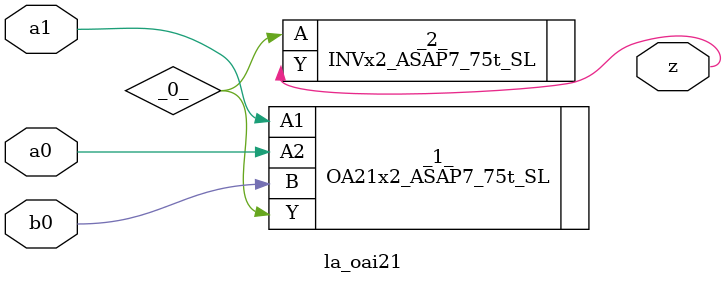
<source format=v>
/* Generated by Yosys 0.37 (git sha1 a5c7f69ed, clang 14.0.0-1ubuntu1.1 -fPIC -Os) */

module la_oai21(a0, a1, b0, z);
  wire _0_;
  input a0;
  wire a0;
  input a1;
  wire a1;
  input b0;
  wire b0;
  output z;
  wire z;
  OA21x2_ASAP7_75t_SL _1_ (
    .A1(a1),
    .A2(a0),
    .B(b0),
    .Y(_0_)
  );
  INVx2_ASAP7_75t_SL _2_ (
    .A(_0_),
    .Y(z)
  );
endmodule

</source>
